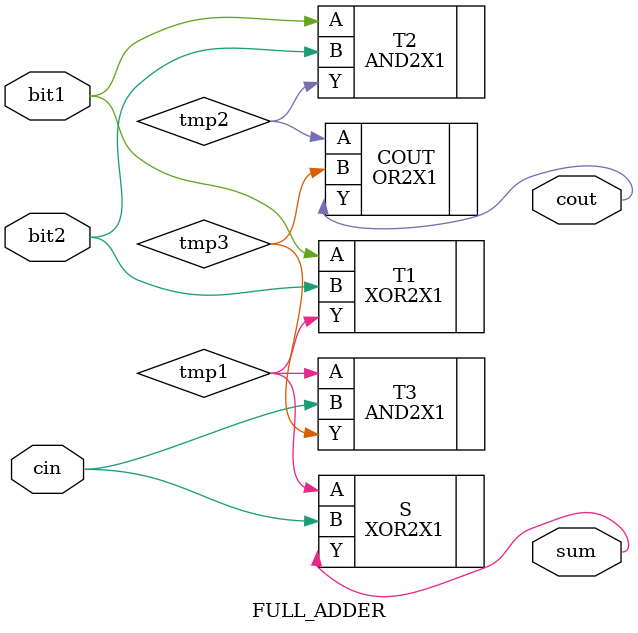
<source format=v>
`include "sample.v"

module Lab4(
	input [3:0] a,
	input [3:0] b,
	output [7:0]result
	);
	wire [3:0] m1;
	wire [3:0] m2;
	wire [3:0] m3;
	wire [3:0] m4;
	wire [3:0] carry1;
	wire [3:0] carry2;
	wire [3:0] carry3;
	wire [4:0] sum1;
	wire [4:0] sum2;
	wire [4:0] sum3;

	// use for loop instead?
	MULTIPLY M1(.mtpend(a), .mtpier(b[0]), .product(m1));
	MULTIPLY M2(.mtpend(a), .mtpier(b[1]), .product(m2));
	MULTIPLY M3(.mtpend(a), .mtpier(b[2]), .product(m3));
	MULTIPLY M4(.mtpend(a), .mtpier(b[3]), .product(m4));
	
	//	assign result[0] = m1[0];
	AND2X1 R0(.A(m1[0]), .B(m1[0]), .Y(result[0]));

	// add m1 and m2
	FULL_ADDER C1_0(.bit1(m1[1]), .bit2(m2[0]), .cin(1'b0), .sum(sum1[0]), .cout(carry1[0]));
	FULL_ADDER C1_1(.bit1(m1[2]), .bit2(m2[1]), .cin(carry1[0]), .sum(sum1[1]), .cout(carry1[1]));
	FULL_ADDER C1_2(.bit1(m1[3]), .bit2(m2[2]), .cin(carry1[1]), .sum(sum1[2]), .cout(carry1[2]));
	FULL_ADDER C1_3(.bit1(1'b0), .bit2(m2[3]), .cin(carry1[2]), .sum(sum1[3]), .cout(carry1[3])); // for the next FULL_ADDER
	
	//	assign sum1[4] = carry1[3];
	AND2X1 S1_4(.A(carry1[3]), .B(carry1[3]), .Y(sum1[4]));
	// assign result[1] = sum1[0];
	AND2X1 R1(.A(sum1[0]), .B(sum1[0]), .Y(result[1]));

	// add sum1 and m3
	FULL_ADDER C2_0(.bit1(sum1[1]), .bit2(m3[0]), .cin(1'b0), .sum(sum2[0]), .cout(carry2[0]));
	FULL_ADDER C2_1(.bit1(sum1[2]), .bit2(m3[1]), .cin(carry2[0]), .sum(sum2[1]), .cout(carry2[1]));
	FULL_ADDER C2_2(.bit1(sum1[3]), .bit2(m3[2]), .cin(carry2[1]), .sum(sum2[2]), .cout(carry2[2]));
	FULL_ADDER C2_3(.bit1(sum1[4]), .bit2(m3[3]), .cin(carry2[2]), .sum(sum2[3]), .cout(carry2[3]));
	
	// assign sum2[4] = carry2[3];
	AND2X1 S2_4(.A(carry2[3]), .B(carry2[3]), .Y(sum2[4]));
	// assign result[2] = sum2[0];
	AND2X1 R_2(.A(sum2[0]), .B(sum2[0]), .Y(result[2]));
	

	// add sum2 and m4
	FULL_ADDER C3_0(.bit1(sum2[1]), .bit2(m4[0]), .cin(1'b0), .sum(sum3[0]), .cout(carry3[0]));
	FULL_ADDER C3_1(.bit1(sum2[2]), .bit2(m4[1]), .cin(carry3[0]), .sum(sum3[1]), .cout(carry3[1]));
	FULL_ADDER C3_2(.bit1(sum2[3]), .bit2(m4[2]), .cin(carry3[1]), .sum(sum3[2]), .cout(carry3[2]));
	FULL_ADDER C3_3(.bit1(sum2[4]), .bit2(m4[3]), .cin(carry3[2]), .sum(sum3[3]), .cout(carry3[3]));

	//	assign sum3[4] = carry3[3];
	AND2X1 S3_4(.A(carry3[3]), .B(carry3[3]), .Y(sum3[4]));
	
	// assign sum3 to result
	//	assign result[3] = sum3[0];
	//	assign result[4] = sum3[1];
	//	assign result[5] = sum3[2];
	//	assign result[6] = sum3[3];
	//	assign result[7] = sum3[4];
	AND2X1 R3(.A(sum3[0]), .B(sum3[0]), .Y(result[3]));
	AND2X1 R4(.A(sum3[1]), .B(sum3[1]), .Y(result[4]));
	AND2X1 R5(.A(sum3[2]), .B(sum3[2]), .Y(result[5]));
	AND2X1 R6(.A(sum3[3]), .B(sum3[3]), .Y(result[6]));
	AND2X1 R7(.A(sum3[4]), .B(sum3[4]), .Y(result[7]));
endmodule

module MULTIPLY(
	mtpend,
	mtpier,
	product
	);
	input [3:0] mtpend;
	input mtpier;
	output [3:0] product;

	// use for loop instead?
	AND2X1 P1(.A(mtpend[0]), .B(mtpier), .Y(product[0]));
	AND2X1 P2(.A(mtpend[1]), .B(mtpier), .Y(product[1]));
	AND2X1 P3(.A(mtpend[2]), .B(mtpier), .Y(product[2]));
	AND2X1 P4(.A(mtpend[3]), .B(mtpier), .Y(product[3]));
endmodule

module FULL_ADDER(
	bit1,
	bit2,
	cin,
	sum,
	cout
	);
	input bit1;
	input bit2;
	input cin;
	output sum;
	output cout;
	wire tmp1;
	wire tmp2;
	wire tmp3;
	// calculate the sum using two bits and carry from low bit
	XOR2X1 T1(.A(bit1), .B(bit2), .Y(tmp1));
	XOR2X1 S(.A(tmp1), .B(cin), .Y(sum));

	// calculate the carry using two bits and carry from low bit
	AND2X1 T2(.A(bit1), .B(bit2), .Y(tmp2));
	AND2X1 T3(.A(tmp1), .B(cin), .Y(tmp3));
	OR2X1 COUT(.A(tmp2), .B(tmp3), .Y(cout));
endmodule


</source>
